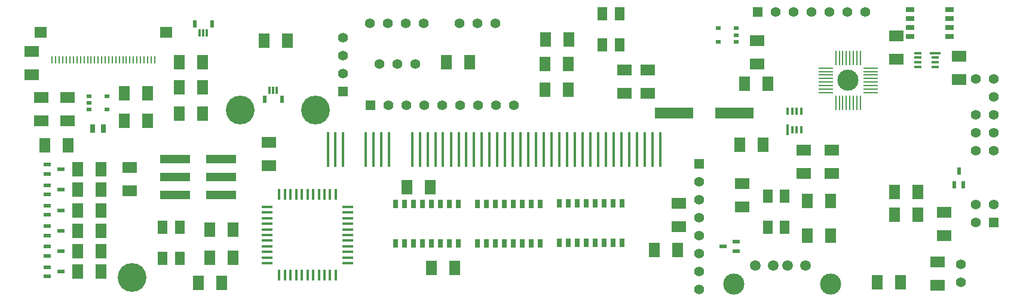
<source format=gts>
G04 (created by PCBNEW (2013-may-18)-stable) date Sat Apr 30 15:23:03 2016*
%MOIN*%
G04 Gerber Fmt 3.4, Leading zero omitted, Abs format*
%FSLAX34Y34*%
G01*
G70*
G90*
G04 APERTURE LIST*
%ADD10C,0.00590551*%
%ADD11R,0.06X0.016*%
%ADD12R,0.016X0.06*%
%ADD13R,0.025X0.05*%
%ADD14R,0.06X0.08*%
%ADD15R,0.08X0.06*%
%ADD16R,0.025X0.045*%
%ADD17R,0.166929X0.05*%
%ADD18R,0.0551181X0.0748031*%
%ADD19R,0.015748X0.19685*%
%ADD20R,0.0394X0.0236*%
%ADD21R,0.0106299X0.0440945*%
%ADD22R,0.00984252X0.0433071*%
%ADD23R,0.0669291X0.0590551*%
%ADD24R,0.03X0.02*%
%ADD25C,0.16*%
%ADD26R,0.216535X0.0590551*%
%ADD27C,0.055*%
%ADD28R,0.0236X0.0394*%
%ADD29R,0.015748X0.0590551*%
%ADD30R,0.015748X0.0393701*%
%ADD31R,0.05X0.025*%
%ADD32R,0.055X0.055*%
%ADD33R,0.0590551X0.0137795*%
%ADD34R,0.0393701X0.0137795*%
%ADD35C,0.0591*%
%ADD36C,0.1181*%
%ADD37R,0.01X0.0787402*%
%ADD38R,0.0787402X0.01*%
%ADD39R,0.011811X0.0433071*%
%ADD40R,0.0204724X0.0393701*%
G04 APERTURE END LIST*
G54D10*
G54D11*
X72269Y-60059D03*
X72269Y-59744D03*
X72269Y-59429D03*
X72269Y-59114D03*
X72269Y-58799D03*
X72269Y-58484D03*
X72269Y-60374D03*
X72269Y-60689D03*
X72269Y-61004D03*
X72269Y-61319D03*
X72269Y-61634D03*
X67769Y-60059D03*
X67769Y-59744D03*
X67769Y-59429D03*
X67769Y-59114D03*
X67769Y-58799D03*
X67769Y-58484D03*
X67769Y-60374D03*
X67769Y-60689D03*
X67769Y-61004D03*
X67769Y-61319D03*
X67769Y-61634D03*
G54D12*
X70019Y-57809D03*
X70019Y-62309D03*
X69704Y-57809D03*
X69704Y-62309D03*
X69389Y-62309D03*
X69389Y-57809D03*
X69074Y-57809D03*
X69074Y-62309D03*
X68759Y-62309D03*
X68759Y-57809D03*
X68444Y-57809D03*
X68444Y-62309D03*
X70334Y-62309D03*
X70334Y-57809D03*
X70649Y-57809D03*
X70649Y-62309D03*
X70964Y-62309D03*
X70964Y-57809D03*
X71279Y-57809D03*
X71279Y-62309D03*
X71594Y-62309D03*
X71594Y-57809D03*
G54D13*
X87557Y-58289D03*
X87057Y-58289D03*
X86557Y-58289D03*
X86057Y-58289D03*
X85557Y-58289D03*
X85057Y-58289D03*
X84557Y-58289D03*
X84057Y-58289D03*
X84057Y-60489D03*
X84557Y-60489D03*
X85057Y-60489D03*
X85557Y-60489D03*
X86057Y-60489D03*
X86557Y-60489D03*
X87057Y-60489D03*
X87557Y-60489D03*
X78423Y-58329D03*
X77923Y-58329D03*
X77423Y-58329D03*
X76923Y-58329D03*
X76423Y-58329D03*
X75923Y-58329D03*
X75423Y-58329D03*
X74923Y-58329D03*
X74923Y-60529D03*
X75423Y-60529D03*
X75923Y-60529D03*
X76423Y-60529D03*
X76923Y-60529D03*
X77423Y-60529D03*
X77923Y-60529D03*
X78423Y-60529D03*
G54D14*
X76850Y-57381D03*
X75550Y-57381D03*
G54D15*
X54625Y-51142D03*
X54625Y-49842D03*
G54D14*
X58504Y-56397D03*
X57204Y-56397D03*
X58504Y-57539D03*
X57204Y-57539D03*
X58504Y-58681D03*
X57204Y-58681D03*
X58504Y-59822D03*
X57204Y-59822D03*
X58504Y-60964D03*
X57204Y-60964D03*
X56653Y-55059D03*
X55353Y-55059D03*
X64173Y-53287D03*
X62873Y-53287D03*
X64173Y-51830D03*
X62873Y-51830D03*
G54D15*
X55177Y-53701D03*
X55177Y-52401D03*
X56633Y-53701D03*
X56633Y-52401D03*
G54D14*
X59802Y-52145D03*
X61102Y-52145D03*
X59802Y-53681D03*
X61102Y-53681D03*
X62873Y-50413D03*
X64173Y-50413D03*
X76928Y-61909D03*
X78228Y-61909D03*
X58504Y-62106D03*
X57204Y-62106D03*
G54D15*
X67854Y-56181D03*
X67854Y-54881D03*
G54D14*
X90669Y-60885D03*
X89369Y-60885D03*
G54D15*
X60098Y-57598D03*
X60098Y-56298D03*
G54D14*
X64566Y-61318D03*
X65866Y-61318D03*
X64566Y-59744D03*
X65866Y-59744D03*
G54D15*
X90728Y-59606D03*
X90728Y-58306D03*
G54D16*
X58026Y-54114D03*
X58626Y-54114D03*
G54D17*
X65197Y-57830D03*
X62637Y-57830D03*
X65197Y-56830D03*
X62637Y-56830D03*
X65197Y-55830D03*
X62637Y-55830D03*
G54D18*
X61948Y-59625D03*
X61948Y-61358D03*
X62893Y-61358D03*
X62893Y-59625D03*
G54D19*
X89708Y-55294D03*
X89275Y-55294D03*
X88842Y-55294D03*
X88409Y-55294D03*
X87976Y-55294D03*
X87543Y-55294D03*
X87110Y-55294D03*
X86677Y-55294D03*
X86244Y-55294D03*
X85811Y-55294D03*
X85378Y-55294D03*
X84945Y-55294D03*
X84512Y-55294D03*
X84079Y-55294D03*
X83645Y-55294D03*
X83212Y-55294D03*
X82779Y-55294D03*
X82346Y-55294D03*
X81913Y-55294D03*
X81480Y-55294D03*
X81047Y-55294D03*
X80614Y-55294D03*
X80181Y-55294D03*
X79748Y-55294D03*
X79315Y-55294D03*
X78882Y-55294D03*
X78449Y-55294D03*
X78016Y-55294D03*
X77582Y-55294D03*
X77149Y-55294D03*
X76716Y-55294D03*
X76283Y-55294D03*
X75850Y-55294D03*
X74551Y-55294D03*
X74118Y-55294D03*
X73685Y-55294D03*
X73252Y-55294D03*
X71992Y-55294D03*
X71579Y-55294D03*
X71165Y-55294D03*
G54D20*
X55511Y-62362D03*
X55511Y-61850D03*
X56259Y-62106D03*
X55511Y-56653D03*
X55511Y-56141D03*
X56259Y-56397D03*
X55511Y-57795D03*
X55511Y-57283D03*
X56259Y-57539D03*
X55511Y-58937D03*
X55511Y-58425D03*
X56259Y-58681D03*
X55511Y-60078D03*
X55511Y-59566D03*
X56259Y-59822D03*
X55511Y-61220D03*
X55511Y-60708D03*
X56259Y-60964D03*
G54D21*
X55781Y-50295D03*
X55978Y-50295D03*
X56175Y-50295D03*
G54D22*
X56372Y-50295D03*
X56569Y-50295D03*
X56765Y-50295D03*
X56962Y-50295D03*
X57159Y-50295D03*
X57356Y-50295D03*
X57553Y-50295D03*
X57750Y-50295D03*
X57947Y-50295D03*
X58143Y-50295D03*
X58340Y-50295D03*
X58537Y-50295D03*
X58734Y-50295D03*
X58931Y-50295D03*
X59128Y-50295D03*
X59325Y-50295D03*
X59521Y-50295D03*
X59718Y-50295D03*
X59915Y-50295D03*
X60112Y-50295D03*
X60309Y-50295D03*
X60506Y-50295D03*
X60702Y-50295D03*
X60899Y-50295D03*
X61096Y-50295D03*
X61293Y-50295D03*
X61490Y-50295D03*
G54D23*
X55141Y-48755D03*
X62141Y-48755D03*
G54D24*
X57826Y-52321D03*
X57826Y-53071D03*
X58826Y-52321D03*
X57826Y-52696D03*
X58826Y-53071D03*
G54D13*
X82990Y-58329D03*
X82490Y-58329D03*
X81990Y-58329D03*
X81490Y-58329D03*
X80990Y-58329D03*
X80490Y-58329D03*
X79990Y-58329D03*
X79490Y-58329D03*
X79490Y-60529D03*
X79990Y-60529D03*
X80490Y-60529D03*
X80990Y-60529D03*
X81490Y-60529D03*
X81990Y-60529D03*
X82490Y-60529D03*
X82990Y-60529D03*
G54D14*
X67598Y-49232D03*
X68898Y-49232D03*
G54D25*
X60216Y-62421D03*
X66279Y-53090D03*
X70452Y-53090D03*
G54D26*
X90472Y-53248D03*
X93818Y-53248D03*
G54D18*
X96633Y-59625D03*
X96633Y-57893D03*
X95688Y-57893D03*
X95688Y-59625D03*
X86476Y-47736D03*
X86476Y-49468D03*
X87421Y-49468D03*
X87421Y-47736D03*
G54D27*
X106476Y-62685D03*
X106476Y-61685D03*
G54D28*
X106614Y-57244D03*
X106102Y-57244D03*
X106358Y-56496D03*
G54D20*
X93936Y-60432D03*
X93936Y-60944D03*
X93188Y-60688D03*
G54D29*
X96801Y-54190D03*
G54D30*
X97057Y-54190D03*
X97312Y-54190D03*
X97568Y-54190D03*
X97568Y-53171D03*
X97312Y-53171D03*
X97057Y-53171D03*
X96801Y-53171D03*
G54D24*
X93944Y-49292D03*
X93944Y-48542D03*
X92944Y-49292D03*
X93944Y-48917D03*
X92944Y-48542D03*
G54D31*
X105844Y-48998D03*
X105844Y-48498D03*
X105844Y-47998D03*
X105844Y-47498D03*
X103644Y-47498D03*
X103644Y-47998D03*
X103644Y-48498D03*
X103644Y-48998D03*
G54D14*
X63936Y-62736D03*
X65236Y-62736D03*
X79055Y-50413D03*
X77755Y-50413D03*
G54D15*
X99271Y-56614D03*
X99271Y-55314D03*
X97696Y-56614D03*
X97696Y-55314D03*
X105177Y-61574D03*
X105177Y-62874D03*
X105531Y-58779D03*
X105531Y-60079D03*
X102854Y-48975D03*
X102854Y-50275D03*
X94271Y-58504D03*
X94271Y-57204D03*
X106358Y-51378D03*
X106358Y-50078D03*
G54D14*
X94133Y-55019D03*
X95433Y-55019D03*
X84567Y-50531D03*
X83267Y-50531D03*
G54D15*
X87696Y-50865D03*
X87696Y-52165D03*
G54D14*
X84567Y-51948D03*
X83267Y-51948D03*
G54D15*
X88996Y-50865D03*
X88996Y-52165D03*
G54D14*
X104055Y-58917D03*
X102755Y-58917D03*
X103110Y-62696D03*
X101810Y-62696D03*
X97912Y-58169D03*
X99212Y-58169D03*
X97912Y-60098D03*
X99212Y-60098D03*
X83306Y-49153D03*
X84606Y-49153D03*
X104055Y-57657D03*
X102755Y-57657D03*
G54D15*
X95098Y-50512D03*
X95098Y-49212D03*
G54D14*
X95709Y-51633D03*
X94409Y-51633D03*
G54D32*
X108314Y-59346D03*
G54D27*
X107314Y-59346D03*
X108314Y-58346D03*
X107314Y-58346D03*
X108314Y-55346D03*
X107314Y-55346D03*
X108314Y-54346D03*
X107314Y-54346D03*
X108314Y-53346D03*
X107314Y-53346D03*
X108314Y-52346D03*
X108314Y-51346D03*
X107314Y-51346D03*
G54D33*
X105039Y-49911D03*
G54D34*
X105039Y-50167D03*
X105039Y-50423D03*
X105039Y-50679D03*
X104055Y-50679D03*
X104055Y-50423D03*
X104055Y-50167D03*
X104055Y-49911D03*
G54D32*
X91870Y-56086D03*
G54D27*
X91870Y-57086D03*
X91870Y-58086D03*
X91870Y-59086D03*
X91870Y-60086D03*
X91870Y-61086D03*
X91870Y-62086D03*
X91870Y-63086D03*
G54D32*
X95141Y-47618D03*
G54D27*
X96141Y-47618D03*
X97141Y-47618D03*
X98141Y-47618D03*
X99141Y-47618D03*
X100141Y-47618D03*
X101141Y-47618D03*
G54D32*
X71988Y-52070D03*
G54D27*
X71988Y-51070D03*
X71988Y-50070D03*
X71988Y-49070D03*
G54D32*
X73527Y-52833D03*
G54D27*
X74527Y-52833D03*
X75527Y-52833D03*
X76527Y-52833D03*
X77527Y-52833D03*
X78527Y-52833D03*
X79527Y-52833D03*
X80527Y-52833D03*
X81527Y-52833D03*
X76027Y-50531D03*
X75027Y-50531D03*
X74027Y-50531D03*
X73507Y-48249D03*
X74507Y-48249D03*
X75507Y-48249D03*
X76507Y-48249D03*
X78507Y-48249D03*
X79507Y-48249D03*
X80507Y-48249D03*
G54D35*
X94997Y-61751D03*
X95997Y-61751D03*
X96797Y-61751D03*
X97797Y-61751D03*
G54D36*
X93797Y-62801D03*
X99197Y-62801D03*
G54D37*
X99685Y-50197D03*
X99882Y-50197D03*
X100079Y-50197D03*
X99488Y-50197D03*
G54D38*
X98937Y-50748D03*
X98937Y-50945D03*
X98937Y-51142D03*
X98937Y-51339D03*
X98937Y-51535D03*
X98937Y-51732D03*
X98937Y-51929D03*
X98937Y-52125D03*
G54D37*
X100866Y-52677D03*
X99488Y-52677D03*
X99685Y-52677D03*
X99882Y-52677D03*
X100079Y-52677D03*
X100275Y-52677D03*
X100472Y-52677D03*
X100669Y-52677D03*
G54D38*
X101417Y-52125D03*
X101417Y-51929D03*
X101417Y-51732D03*
X101417Y-51535D03*
X101417Y-51339D03*
X101417Y-51142D03*
X101417Y-50945D03*
X101417Y-50748D03*
G54D37*
X100866Y-50197D03*
X100669Y-50197D03*
X100472Y-50197D03*
X100275Y-50197D03*
G54D36*
X100177Y-51437D03*
G54D39*
X64412Y-48809D03*
X64212Y-48809D03*
X64012Y-48809D03*
G54D40*
X64692Y-48309D03*
X63732Y-48309D03*
G54D39*
X67910Y-51997D03*
X68110Y-51997D03*
X68310Y-51997D03*
G54D40*
X67630Y-52497D03*
X68590Y-52497D03*
M02*

</source>
